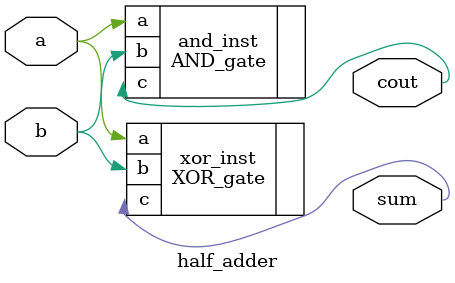
<source format=v>

module ripple_carry_32_bit(a, b, cin, sum, cout);
input signed[31:0] a,b;
input cin;
output  signed[31:0] sum;
output cout;
wire c1;

ripple_carry_16_bit rca1(
.a(a[15:0]),
.b(b[15:0]),
.cin(cin),
.sum(sum[15:0]),
.cout(c1)
);

ripple_carry_16_bit rca2(
.a(a[31:16]),
.b(b[31:16]),
.cin(c1),
.sum(sum[31:16]),
.cout()
);
endmodule

module ripple_carry_16_bit(a, b, cin,sum, cout);
input signed[15:0] a,b;
input cin;
output signed[15:0] sum;
output cout;
wire c1,c2,c3;

ripple_carry_4_bit rca1 (
.a(a[3:0]),
.b(b[3:0]),
.cin(cin), 
.sum(sum[3:0]),
.cout(c1));

ripple_carry_4_bit rca2(
.a(a[7:4]),
.b(b[7:4]),
.cin(c1),
.sum(sum[7:4]),
.cout(c2));

ripple_carry_4_bit rca3(
.a(a[11:8]),
.b(b[11:8]),
.cin(c2),
.sum(sum[11:8]),
.cout(c3));

ripple_carry_4_bit rca4(
.a(a[15:12]),
.b(b[15:12]),
.cin(c3),
.sum(sum[15:12]),
.cout(cout));
endmodule

////////////////////////////////////
//4-bit Ripple Carry Adder
////////////////////////////////////

module ripple_carry_4_bit(a, b, cin, sum, cout);
input signed[3:0] a,b;
input cin;
wire c1,c2,c3;
output signed[3:0] sum;
output cout;

full_adder fa0(.a(a[0]), .b(b[0]),.cin(cin), .sum(sum[0]),.cout(c1));
full_adder fa1(.a(a[1]), .b(b[1]), .cin(c1), .sum(sum[1]),.cout(c2));
full_adder fa2(.a(a[2]), .b(b[2]), .cin(c2), .sum(sum[2]),.cout(c3));
full_adder fa3(.a(a[3]), .b(b[3]), .cin(c3), .sum(sum[3]),.cout(cout));
endmodule

//////////////////////////////
//1bit Full Adder
/////////////////////////////
module full_adder(a,b,cin,sum, cout);
input a,b,cin;
output sum, cout;
wire x,y,z;
half_adder h1(.a(a), .b(b), .sum(x), .cout(y));
half_adder h2(.a(x), .b(cin), .sum(sum), .cout(z));
or or_1(cout,z,y);
endmodule

///////////////////////////
// 1 bit Half Adder
//////////////////////////
module half_adder( a,b, sum, cout );
input a,b;
output sum, cout;

AND_gate and_inst (.a(a), .b(b), .c(cout));
XOR_gate xor_inst (.a(a), .b(b), .c(sum));

endmodule

</source>
